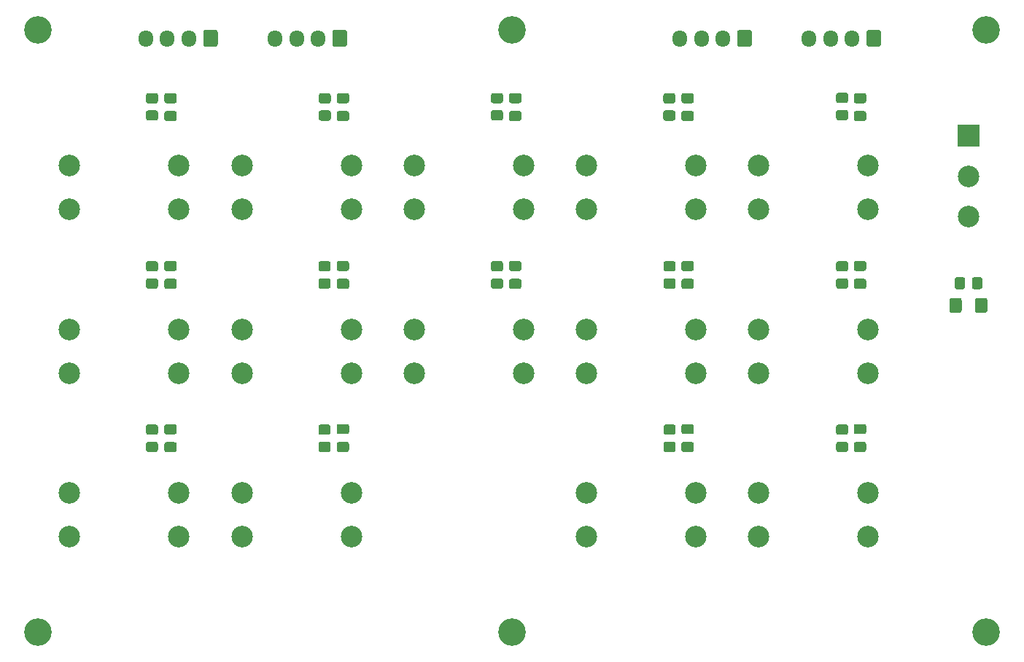
<source format=gbr>
%TF.GenerationSoftware,KiCad,Pcbnew,(5.1.8)-1*%
%TF.CreationDate,2021-11-07T18:09:00-05:00*%
%TF.ProjectId,Control_pad,436f6e74-726f-46c5-9f70-61642e6b6963,rev?*%
%TF.SameCoordinates,Original*%
%TF.FileFunction,Soldermask,Top*%
%TF.FilePolarity,Negative*%
%FSLAX46Y46*%
G04 Gerber Fmt 4.6, Leading zero omitted, Abs format (unit mm)*
G04 Created by KiCad (PCBNEW (5.1.8)-1) date 2021-11-07 18:09:00*
%MOMM*%
%LPD*%
G01*
G04 APERTURE LIST*
%ADD10C,3.200000*%
%ADD11C,2.500000*%
%ADD12R,2.500000X2.500000*%
%ADD13O,1.700000X1.950000*%
G04 APERTURE END LIST*
D10*
%TO.C,H6*%
X155000000Y-135000000D03*
%TD*%
%TO.C,H5*%
X155000000Y-65000000D03*
%TD*%
%TO.C,H4*%
X210000000Y-135000000D03*
%TD*%
%TO.C,H3*%
X210000000Y-65000000D03*
%TD*%
%TO.C,H2*%
X100000000Y-135000000D03*
%TD*%
%TO.C,H1*%
X100000000Y-65000000D03*
%TD*%
D11*
%TO.C,SW1*%
X208000000Y-86710000D03*
X208000000Y-82010000D03*
D12*
X208000000Y-77310000D03*
%TD*%
D11*
%TO.C,S14*%
X196350000Y-123890000D03*
X196350000Y-118810000D03*
X183650000Y-123890000D03*
X183650000Y-118810000D03*
%TD*%
%TO.C,S13*%
X176350000Y-123890000D03*
X176350000Y-118810000D03*
X163650000Y-123890000D03*
X163650000Y-118810000D03*
%TD*%
%TO.C,S12*%
X136350000Y-123890000D03*
X136350000Y-118810000D03*
X123650000Y-123890000D03*
X123650000Y-118810000D03*
%TD*%
%TO.C,S11*%
X116350000Y-123890000D03*
X116350000Y-118810000D03*
X103650000Y-123890000D03*
X103650000Y-118810000D03*
%TD*%
%TO.C,S10*%
X196350000Y-104890000D03*
X196350000Y-99810000D03*
X183650000Y-104890000D03*
X183650000Y-99810000D03*
%TD*%
%TO.C,S9*%
X176350000Y-104890000D03*
X176350000Y-99810000D03*
X163650000Y-104890000D03*
X163650000Y-99810000D03*
%TD*%
%TO.C,S8*%
X156350000Y-104890000D03*
X156350000Y-99810000D03*
X143650000Y-104890000D03*
X143650000Y-99810000D03*
%TD*%
%TO.C,S7*%
X136350000Y-104890000D03*
X136350000Y-99810000D03*
X123650000Y-104890000D03*
X123650000Y-99810000D03*
%TD*%
%TO.C,S6*%
X116350000Y-104890000D03*
X116350000Y-99810000D03*
X103650000Y-104890000D03*
X103650000Y-99810000D03*
%TD*%
%TO.C,S5*%
X196350000Y-85890000D03*
X196350000Y-80810000D03*
X183650000Y-85890000D03*
X183650000Y-80810000D03*
%TD*%
%TO.C,S4*%
X176350000Y-85890000D03*
X176350000Y-80810000D03*
X163650000Y-85890000D03*
X163650000Y-80810000D03*
%TD*%
%TO.C,S3*%
X156350000Y-85890000D03*
X156350000Y-80810000D03*
X143650000Y-85890000D03*
X143650000Y-80810000D03*
%TD*%
%TO.C,S2*%
X136350000Y-85890000D03*
X136350000Y-80810000D03*
X123650000Y-85890000D03*
X123650000Y-80810000D03*
%TD*%
%TO.C,S1*%
X116350000Y-85890000D03*
X116350000Y-80810000D03*
X103650000Y-85890000D03*
X103650000Y-80810000D03*
%TD*%
%TO.C,R29*%
G36*
G01*
X192879999Y-112850000D02*
X193780001Y-112850000D01*
G75*
G02*
X194030000Y-113099999I0J-249999D01*
G01*
X194030000Y-113800001D01*
G75*
G02*
X193780001Y-114050000I-249999J0D01*
G01*
X192879999Y-114050000D01*
G75*
G02*
X192630000Y-113800001I0J249999D01*
G01*
X192630000Y-113099999D01*
G75*
G02*
X192879999Y-112850000I249999J0D01*
G01*
G37*
G36*
G01*
X192879999Y-110850000D02*
X193780001Y-110850000D01*
G75*
G02*
X194030000Y-111099999I0J-249999D01*
G01*
X194030000Y-111800001D01*
G75*
G02*
X193780001Y-112050000I-249999J0D01*
G01*
X192879999Y-112050000D01*
G75*
G02*
X192630000Y-111800001I0J249999D01*
G01*
X192630000Y-111099999D01*
G75*
G02*
X192879999Y-110850000I249999J0D01*
G01*
G37*
%TD*%
%TO.C,R28*%
G36*
G01*
X172849999Y-112850000D02*
X173750001Y-112850000D01*
G75*
G02*
X174000000Y-113099999I0J-249999D01*
G01*
X174000000Y-113800001D01*
G75*
G02*
X173750001Y-114050000I-249999J0D01*
G01*
X172849999Y-114050000D01*
G75*
G02*
X172600000Y-113800001I0J249999D01*
G01*
X172600000Y-113099999D01*
G75*
G02*
X172849999Y-112850000I249999J0D01*
G01*
G37*
G36*
G01*
X172849999Y-110850000D02*
X173750001Y-110850000D01*
G75*
G02*
X174000000Y-111099999I0J-249999D01*
G01*
X174000000Y-111800001D01*
G75*
G02*
X173750001Y-112050000I-249999J0D01*
G01*
X172849999Y-112050000D01*
G75*
G02*
X172600000Y-111800001I0J249999D01*
G01*
X172600000Y-111099999D01*
G75*
G02*
X172849999Y-110850000I249999J0D01*
G01*
G37*
%TD*%
%TO.C,R27*%
G36*
G01*
X132789999Y-112850000D02*
X133690001Y-112850000D01*
G75*
G02*
X133940000Y-113099999I0J-249999D01*
G01*
X133940000Y-113800001D01*
G75*
G02*
X133690001Y-114050000I-249999J0D01*
G01*
X132789999Y-114050000D01*
G75*
G02*
X132540000Y-113800001I0J249999D01*
G01*
X132540000Y-113099999D01*
G75*
G02*
X132789999Y-112850000I249999J0D01*
G01*
G37*
G36*
G01*
X132789999Y-110850000D02*
X133690001Y-110850000D01*
G75*
G02*
X133940000Y-111099999I0J-249999D01*
G01*
X133940000Y-111800001D01*
G75*
G02*
X133690001Y-112050000I-249999J0D01*
G01*
X132789999Y-112050000D01*
G75*
G02*
X132540000Y-111800001I0J249999D01*
G01*
X132540000Y-111099999D01*
G75*
G02*
X132789999Y-110850000I249999J0D01*
G01*
G37*
%TD*%
%TO.C,R23*%
G36*
G01*
X112759999Y-112850000D02*
X113660001Y-112850000D01*
G75*
G02*
X113910000Y-113099999I0J-249999D01*
G01*
X113910000Y-113800001D01*
G75*
G02*
X113660001Y-114050000I-249999J0D01*
G01*
X112759999Y-114050000D01*
G75*
G02*
X112510000Y-113800001I0J249999D01*
G01*
X112510000Y-113099999D01*
G75*
G02*
X112759999Y-112850000I249999J0D01*
G01*
G37*
G36*
G01*
X112759999Y-110850000D02*
X113660001Y-110850000D01*
G75*
G02*
X113910000Y-111099999I0J-249999D01*
G01*
X113910000Y-111800001D01*
G75*
G02*
X113660001Y-112050000I-249999J0D01*
G01*
X112759999Y-112050000D01*
G75*
G02*
X112510000Y-111800001I0J249999D01*
G01*
X112510000Y-111099999D01*
G75*
G02*
X112759999Y-110850000I249999J0D01*
G01*
G37*
%TD*%
%TO.C,R22*%
G36*
G01*
X192879999Y-93880000D02*
X193780001Y-93880000D01*
G75*
G02*
X194030000Y-94129999I0J-249999D01*
G01*
X194030000Y-94830001D01*
G75*
G02*
X193780001Y-95080000I-249999J0D01*
G01*
X192879999Y-95080000D01*
G75*
G02*
X192630000Y-94830001I0J249999D01*
G01*
X192630000Y-94129999D01*
G75*
G02*
X192879999Y-93880000I249999J0D01*
G01*
G37*
G36*
G01*
X192879999Y-91880000D02*
X193780001Y-91880000D01*
G75*
G02*
X194030000Y-92129999I0J-249999D01*
G01*
X194030000Y-92830001D01*
G75*
G02*
X193780001Y-93080000I-249999J0D01*
G01*
X192879999Y-93080000D01*
G75*
G02*
X192630000Y-92830001I0J249999D01*
G01*
X192630000Y-92129999D01*
G75*
G02*
X192879999Y-91880000I249999J0D01*
G01*
G37*
%TD*%
%TO.C,R21*%
G36*
G01*
X172849999Y-93880000D02*
X173750001Y-93880000D01*
G75*
G02*
X174000000Y-94129999I0J-249999D01*
G01*
X174000000Y-94830001D01*
G75*
G02*
X173750001Y-95080000I-249999J0D01*
G01*
X172849999Y-95080000D01*
G75*
G02*
X172600000Y-94830001I0J249999D01*
G01*
X172600000Y-94129999D01*
G75*
G02*
X172849999Y-93880000I249999J0D01*
G01*
G37*
G36*
G01*
X172849999Y-91880000D02*
X173750001Y-91880000D01*
G75*
G02*
X174000000Y-92129999I0J-249999D01*
G01*
X174000000Y-92830001D01*
G75*
G02*
X173750001Y-93080000I-249999J0D01*
G01*
X172849999Y-93080000D01*
G75*
G02*
X172600000Y-92830001I0J249999D01*
G01*
X172600000Y-92129999D01*
G75*
G02*
X172849999Y-91880000I249999J0D01*
G01*
G37*
%TD*%
%TO.C,R20*%
G36*
G01*
X152819999Y-93880000D02*
X153720001Y-93880000D01*
G75*
G02*
X153970000Y-94129999I0J-249999D01*
G01*
X153970000Y-94830001D01*
G75*
G02*
X153720001Y-95080000I-249999J0D01*
G01*
X152819999Y-95080000D01*
G75*
G02*
X152570000Y-94830001I0J249999D01*
G01*
X152570000Y-94129999D01*
G75*
G02*
X152819999Y-93880000I249999J0D01*
G01*
G37*
G36*
G01*
X152819999Y-91880000D02*
X153720001Y-91880000D01*
G75*
G02*
X153970000Y-92129999I0J-249999D01*
G01*
X153970000Y-92830001D01*
G75*
G02*
X153720001Y-93080000I-249999J0D01*
G01*
X152819999Y-93080000D01*
G75*
G02*
X152570000Y-92830001I0J249999D01*
G01*
X152570000Y-92129999D01*
G75*
G02*
X152819999Y-91880000I249999J0D01*
G01*
G37*
%TD*%
%TO.C,R15*%
G36*
G01*
X207600000Y-93989999D02*
X207600000Y-94890001D01*
G75*
G02*
X207350001Y-95140000I-249999J0D01*
G01*
X206649999Y-95140000D01*
G75*
G02*
X206400000Y-94890001I0J249999D01*
G01*
X206400000Y-93989999D01*
G75*
G02*
X206649999Y-93740000I249999J0D01*
G01*
X207350001Y-93740000D01*
G75*
G02*
X207600000Y-93989999I0J-249999D01*
G01*
G37*
G36*
G01*
X209600000Y-93989999D02*
X209600000Y-94890001D01*
G75*
G02*
X209350001Y-95140000I-249999J0D01*
G01*
X208649999Y-95140000D01*
G75*
G02*
X208400000Y-94890001I0J249999D01*
G01*
X208400000Y-93989999D01*
G75*
G02*
X208649999Y-93740000I249999J0D01*
G01*
X209350001Y-93740000D01*
G75*
G02*
X209600000Y-93989999I0J-249999D01*
G01*
G37*
%TD*%
%TO.C,R14*%
G36*
G01*
X132789999Y-93880000D02*
X133690001Y-93880000D01*
G75*
G02*
X133940000Y-94129999I0J-249999D01*
G01*
X133940000Y-94830001D01*
G75*
G02*
X133690001Y-95080000I-249999J0D01*
G01*
X132789999Y-95080000D01*
G75*
G02*
X132540000Y-94830001I0J249999D01*
G01*
X132540000Y-94129999D01*
G75*
G02*
X132789999Y-93880000I249999J0D01*
G01*
G37*
G36*
G01*
X132789999Y-91880000D02*
X133690001Y-91880000D01*
G75*
G02*
X133940000Y-92129999I0J-249999D01*
G01*
X133940000Y-92830001D01*
G75*
G02*
X133690001Y-93080000I-249999J0D01*
G01*
X132789999Y-93080000D01*
G75*
G02*
X132540000Y-92830001I0J249999D01*
G01*
X132540000Y-92129999D01*
G75*
G02*
X132789999Y-91880000I249999J0D01*
G01*
G37*
%TD*%
%TO.C,R13*%
G36*
G01*
X112759999Y-93880000D02*
X113660001Y-93880000D01*
G75*
G02*
X113910000Y-94129999I0J-249999D01*
G01*
X113910000Y-94830001D01*
G75*
G02*
X113660001Y-95080000I-249999J0D01*
G01*
X112759999Y-95080000D01*
G75*
G02*
X112510000Y-94830001I0J249999D01*
G01*
X112510000Y-94129999D01*
G75*
G02*
X112759999Y-93880000I249999J0D01*
G01*
G37*
G36*
G01*
X112759999Y-91880000D02*
X113660001Y-91880000D01*
G75*
G02*
X113910000Y-92129999I0J-249999D01*
G01*
X113910000Y-92830001D01*
G75*
G02*
X113660001Y-93080000I-249999J0D01*
G01*
X112759999Y-93080000D01*
G75*
G02*
X112510000Y-92830001I0J249999D01*
G01*
X112510000Y-92129999D01*
G75*
G02*
X112759999Y-91880000I249999J0D01*
G01*
G37*
%TD*%
%TO.C,R12*%
G36*
G01*
X192879999Y-74320000D02*
X193780001Y-74320000D01*
G75*
G02*
X194030000Y-74569999I0J-249999D01*
G01*
X194030000Y-75270001D01*
G75*
G02*
X193780001Y-75520000I-249999J0D01*
G01*
X192879999Y-75520000D01*
G75*
G02*
X192630000Y-75270001I0J249999D01*
G01*
X192630000Y-74569999D01*
G75*
G02*
X192879999Y-74320000I249999J0D01*
G01*
G37*
G36*
G01*
X192879999Y-72320000D02*
X193780001Y-72320000D01*
G75*
G02*
X194030000Y-72569999I0J-249999D01*
G01*
X194030000Y-73270001D01*
G75*
G02*
X193780001Y-73520000I-249999J0D01*
G01*
X192879999Y-73520000D01*
G75*
G02*
X192630000Y-73270001I0J249999D01*
G01*
X192630000Y-72569999D01*
G75*
G02*
X192879999Y-72320000I249999J0D01*
G01*
G37*
%TD*%
%TO.C,R11*%
G36*
G01*
X172819999Y-74380000D02*
X173720001Y-74380000D01*
G75*
G02*
X173970000Y-74629999I0J-249999D01*
G01*
X173970000Y-75330001D01*
G75*
G02*
X173720001Y-75580000I-249999J0D01*
G01*
X172819999Y-75580000D01*
G75*
G02*
X172570000Y-75330001I0J249999D01*
G01*
X172570000Y-74629999D01*
G75*
G02*
X172819999Y-74380000I249999J0D01*
G01*
G37*
G36*
G01*
X172819999Y-72380000D02*
X173720001Y-72380000D01*
G75*
G02*
X173970000Y-72629999I0J-249999D01*
G01*
X173970000Y-73330001D01*
G75*
G02*
X173720001Y-73580000I-249999J0D01*
G01*
X172819999Y-73580000D01*
G75*
G02*
X172570000Y-73330001I0J249999D01*
G01*
X172570000Y-72629999D01*
G75*
G02*
X172819999Y-72380000I249999J0D01*
G01*
G37*
%TD*%
%TO.C,R6*%
G36*
G01*
X152809999Y-74350000D02*
X153710001Y-74350000D01*
G75*
G02*
X153960000Y-74599999I0J-249999D01*
G01*
X153960000Y-75300001D01*
G75*
G02*
X153710001Y-75550000I-249999J0D01*
G01*
X152809999Y-75550000D01*
G75*
G02*
X152560000Y-75300001I0J249999D01*
G01*
X152560000Y-74599999D01*
G75*
G02*
X152809999Y-74350000I249999J0D01*
G01*
G37*
G36*
G01*
X152809999Y-72350000D02*
X153710001Y-72350000D01*
G75*
G02*
X153960000Y-72599999I0J-249999D01*
G01*
X153960000Y-73300001D01*
G75*
G02*
X153710001Y-73550000I-249999J0D01*
G01*
X152809999Y-73550000D01*
G75*
G02*
X152560000Y-73300001I0J249999D01*
G01*
X152560000Y-72599999D01*
G75*
G02*
X152809999Y-72350000I249999J0D01*
G01*
G37*
%TD*%
%TO.C,R5*%
G36*
G01*
X132819999Y-74380000D02*
X133720001Y-74380000D01*
G75*
G02*
X133970000Y-74629999I0J-249999D01*
G01*
X133970000Y-75330001D01*
G75*
G02*
X133720001Y-75580000I-249999J0D01*
G01*
X132819999Y-75580000D01*
G75*
G02*
X132570000Y-75330001I0J249999D01*
G01*
X132570000Y-74629999D01*
G75*
G02*
X132819999Y-74380000I249999J0D01*
G01*
G37*
G36*
G01*
X132819999Y-72380000D02*
X133720001Y-72380000D01*
G75*
G02*
X133970000Y-72629999I0J-249999D01*
G01*
X133970000Y-73330001D01*
G75*
G02*
X133720001Y-73580000I-249999J0D01*
G01*
X132819999Y-73580000D01*
G75*
G02*
X132570000Y-73330001I0J249999D01*
G01*
X132570000Y-72629999D01*
G75*
G02*
X132819999Y-72380000I249999J0D01*
G01*
G37*
%TD*%
%TO.C,R4*%
G36*
G01*
X112769999Y-74360000D02*
X113670001Y-74360000D01*
G75*
G02*
X113920000Y-74609999I0J-249999D01*
G01*
X113920000Y-75310001D01*
G75*
G02*
X113670001Y-75560000I-249999J0D01*
G01*
X112769999Y-75560000D01*
G75*
G02*
X112520000Y-75310001I0J249999D01*
G01*
X112520000Y-74609999D01*
G75*
G02*
X112769999Y-74360000I249999J0D01*
G01*
G37*
G36*
G01*
X112769999Y-72360000D02*
X113670001Y-72360000D01*
G75*
G02*
X113920000Y-72609999I0J-249999D01*
G01*
X113920000Y-73310001D01*
G75*
G02*
X113670001Y-73560000I-249999J0D01*
G01*
X112769999Y-73560000D01*
G75*
G02*
X112520000Y-73310001I0J249999D01*
G01*
X112520000Y-72609999D01*
G75*
G02*
X112769999Y-72360000I249999J0D01*
G01*
G37*
%TD*%
D13*
%TO.C,J4*%
X189500000Y-66000000D03*
X192000000Y-66000000D03*
X194500000Y-66000000D03*
G36*
G01*
X197850000Y-65275000D02*
X197850000Y-66725000D01*
G75*
G02*
X197600000Y-66975000I-250000J0D01*
G01*
X196400000Y-66975000D01*
G75*
G02*
X196150000Y-66725000I0J250000D01*
G01*
X196150000Y-65275000D01*
G75*
G02*
X196400000Y-65025000I250000J0D01*
G01*
X197600000Y-65025000D01*
G75*
G02*
X197850000Y-65275000I0J-250000D01*
G01*
G37*
%TD*%
%TO.C,J3*%
X174500000Y-66000000D03*
X177000000Y-66000000D03*
X179500000Y-66000000D03*
G36*
G01*
X182850000Y-65275000D02*
X182850000Y-66725000D01*
G75*
G02*
X182600000Y-66975000I-250000J0D01*
G01*
X181400000Y-66975000D01*
G75*
G02*
X181150000Y-66725000I0J250000D01*
G01*
X181150000Y-65275000D01*
G75*
G02*
X181400000Y-65025000I250000J0D01*
G01*
X182600000Y-65025000D01*
G75*
G02*
X182850000Y-65275000I0J-250000D01*
G01*
G37*
%TD*%
%TO.C,J2*%
X127500000Y-66000000D03*
X130000000Y-66000000D03*
X132500000Y-66000000D03*
G36*
G01*
X135850000Y-65275000D02*
X135850000Y-66725000D01*
G75*
G02*
X135600000Y-66975000I-250000J0D01*
G01*
X134400000Y-66975000D01*
G75*
G02*
X134150000Y-66725000I0J250000D01*
G01*
X134150000Y-65275000D01*
G75*
G02*
X134400000Y-65025000I250000J0D01*
G01*
X135600000Y-65025000D01*
G75*
G02*
X135850000Y-65275000I0J-250000D01*
G01*
G37*
%TD*%
%TO.C,J1*%
X112500000Y-66000000D03*
X115000000Y-66000000D03*
X117500000Y-66000000D03*
G36*
G01*
X120850000Y-65275000D02*
X120850000Y-66725000D01*
G75*
G02*
X120600000Y-66975000I-250000J0D01*
G01*
X119400000Y-66975000D01*
G75*
G02*
X119150000Y-66725000I0J250000D01*
G01*
X119150000Y-65275000D01*
G75*
G02*
X119400000Y-65025000I250000J0D01*
G01*
X120600000Y-65025000D01*
G75*
G02*
X120850000Y-65275000I0J-250000D01*
G01*
G37*
%TD*%
%TO.C,D1*%
G36*
G01*
X207202500Y-96395000D02*
X207202500Y-97645000D01*
G75*
G02*
X206952500Y-97895000I-250000J0D01*
G01*
X206027500Y-97895000D01*
G75*
G02*
X205777500Y-97645000I0J250000D01*
G01*
X205777500Y-96395000D01*
G75*
G02*
X206027500Y-96145000I250000J0D01*
G01*
X206952500Y-96145000D01*
G75*
G02*
X207202500Y-96395000I0J-250000D01*
G01*
G37*
G36*
G01*
X210177500Y-96395000D02*
X210177500Y-97645000D01*
G75*
G02*
X209927500Y-97895000I-250000J0D01*
G01*
X209002500Y-97895000D01*
G75*
G02*
X208752500Y-97645000I0J250000D01*
G01*
X208752500Y-96395000D01*
G75*
G02*
X209002500Y-96145000I250000J0D01*
G01*
X209927500Y-96145000D01*
G75*
G02*
X210177500Y-96395000I0J-250000D01*
G01*
G37*
%TD*%
%TO.C,C14*%
G36*
G01*
X194925000Y-112870000D02*
X195875000Y-112870000D01*
G75*
G02*
X196125000Y-113120000I0J-250000D01*
G01*
X196125000Y-113795000D01*
G75*
G02*
X195875000Y-114045000I-250000J0D01*
G01*
X194925000Y-114045000D01*
G75*
G02*
X194675000Y-113795000I0J250000D01*
G01*
X194675000Y-113120000D01*
G75*
G02*
X194925000Y-112870000I250000J0D01*
G01*
G37*
G36*
G01*
X194925000Y-110795000D02*
X195875000Y-110795000D01*
G75*
G02*
X196125000Y-111045000I0J-250000D01*
G01*
X196125000Y-111720000D01*
G75*
G02*
X195875000Y-111970000I-250000J0D01*
G01*
X194925000Y-111970000D01*
G75*
G02*
X194675000Y-111720000I0J250000D01*
G01*
X194675000Y-111045000D01*
G75*
G02*
X194925000Y-110795000I250000J0D01*
G01*
G37*
%TD*%
%TO.C,C13*%
G36*
G01*
X174915000Y-112870000D02*
X175865000Y-112870000D01*
G75*
G02*
X176115000Y-113120000I0J-250000D01*
G01*
X176115000Y-113795000D01*
G75*
G02*
X175865000Y-114045000I-250000J0D01*
G01*
X174915000Y-114045000D01*
G75*
G02*
X174665000Y-113795000I0J250000D01*
G01*
X174665000Y-113120000D01*
G75*
G02*
X174915000Y-112870000I250000J0D01*
G01*
G37*
G36*
G01*
X174915000Y-110795000D02*
X175865000Y-110795000D01*
G75*
G02*
X176115000Y-111045000I0J-250000D01*
G01*
X176115000Y-111720000D01*
G75*
G02*
X175865000Y-111970000I-250000J0D01*
G01*
X174915000Y-111970000D01*
G75*
G02*
X174665000Y-111720000I0J250000D01*
G01*
X174665000Y-111045000D01*
G75*
G02*
X174915000Y-110795000I250000J0D01*
G01*
G37*
%TD*%
%TO.C,C12*%
G36*
G01*
X134895000Y-112870000D02*
X135845000Y-112870000D01*
G75*
G02*
X136095000Y-113120000I0J-250000D01*
G01*
X136095000Y-113795000D01*
G75*
G02*
X135845000Y-114045000I-250000J0D01*
G01*
X134895000Y-114045000D01*
G75*
G02*
X134645000Y-113795000I0J250000D01*
G01*
X134645000Y-113120000D01*
G75*
G02*
X134895000Y-112870000I250000J0D01*
G01*
G37*
G36*
G01*
X134895000Y-110795000D02*
X135845000Y-110795000D01*
G75*
G02*
X136095000Y-111045000I0J-250000D01*
G01*
X136095000Y-111720000D01*
G75*
G02*
X135845000Y-111970000I-250000J0D01*
G01*
X134895000Y-111970000D01*
G75*
G02*
X134645000Y-111720000I0J250000D01*
G01*
X134645000Y-111045000D01*
G75*
G02*
X134895000Y-110795000I250000J0D01*
G01*
G37*
%TD*%
%TO.C,C11*%
G36*
G01*
X114885000Y-112900000D02*
X115835000Y-112900000D01*
G75*
G02*
X116085000Y-113150000I0J-250000D01*
G01*
X116085000Y-113825000D01*
G75*
G02*
X115835000Y-114075000I-250000J0D01*
G01*
X114885000Y-114075000D01*
G75*
G02*
X114635000Y-113825000I0J250000D01*
G01*
X114635000Y-113150000D01*
G75*
G02*
X114885000Y-112900000I250000J0D01*
G01*
G37*
G36*
G01*
X114885000Y-110825000D02*
X115835000Y-110825000D01*
G75*
G02*
X116085000Y-111075000I0J-250000D01*
G01*
X116085000Y-111750000D01*
G75*
G02*
X115835000Y-112000000I-250000J0D01*
G01*
X114885000Y-112000000D01*
G75*
G02*
X114635000Y-111750000I0J250000D01*
G01*
X114635000Y-111075000D01*
G75*
G02*
X114885000Y-110825000I250000J0D01*
G01*
G37*
%TD*%
%TO.C,C10*%
G36*
G01*
X194925000Y-93930000D02*
X195875000Y-93930000D01*
G75*
G02*
X196125000Y-94180000I0J-250000D01*
G01*
X196125000Y-94855000D01*
G75*
G02*
X195875000Y-95105000I-250000J0D01*
G01*
X194925000Y-95105000D01*
G75*
G02*
X194675000Y-94855000I0J250000D01*
G01*
X194675000Y-94180000D01*
G75*
G02*
X194925000Y-93930000I250000J0D01*
G01*
G37*
G36*
G01*
X194925000Y-91855000D02*
X195875000Y-91855000D01*
G75*
G02*
X196125000Y-92105000I0J-250000D01*
G01*
X196125000Y-92780000D01*
G75*
G02*
X195875000Y-93030000I-250000J0D01*
G01*
X194925000Y-93030000D01*
G75*
G02*
X194675000Y-92780000I0J250000D01*
G01*
X194675000Y-92105000D01*
G75*
G02*
X194925000Y-91855000I250000J0D01*
G01*
G37*
%TD*%
%TO.C,C9*%
G36*
G01*
X174915000Y-93930000D02*
X175865000Y-93930000D01*
G75*
G02*
X176115000Y-94180000I0J-250000D01*
G01*
X176115000Y-94855000D01*
G75*
G02*
X175865000Y-95105000I-250000J0D01*
G01*
X174915000Y-95105000D01*
G75*
G02*
X174665000Y-94855000I0J250000D01*
G01*
X174665000Y-94180000D01*
G75*
G02*
X174915000Y-93930000I250000J0D01*
G01*
G37*
G36*
G01*
X174915000Y-91855000D02*
X175865000Y-91855000D01*
G75*
G02*
X176115000Y-92105000I0J-250000D01*
G01*
X176115000Y-92780000D01*
G75*
G02*
X175865000Y-93030000I-250000J0D01*
G01*
X174915000Y-93030000D01*
G75*
G02*
X174665000Y-92780000I0J250000D01*
G01*
X174665000Y-92105000D01*
G75*
G02*
X174915000Y-91855000I250000J0D01*
G01*
G37*
%TD*%
%TO.C,C8*%
G36*
G01*
X154905000Y-93930000D02*
X155855000Y-93930000D01*
G75*
G02*
X156105000Y-94180000I0J-250000D01*
G01*
X156105000Y-94855000D01*
G75*
G02*
X155855000Y-95105000I-250000J0D01*
G01*
X154905000Y-95105000D01*
G75*
G02*
X154655000Y-94855000I0J250000D01*
G01*
X154655000Y-94180000D01*
G75*
G02*
X154905000Y-93930000I250000J0D01*
G01*
G37*
G36*
G01*
X154905000Y-91855000D02*
X155855000Y-91855000D01*
G75*
G02*
X156105000Y-92105000I0J-250000D01*
G01*
X156105000Y-92780000D01*
G75*
G02*
X155855000Y-93030000I-250000J0D01*
G01*
X154905000Y-93030000D01*
G75*
G02*
X154655000Y-92780000I0J250000D01*
G01*
X154655000Y-92105000D01*
G75*
G02*
X154905000Y-91855000I250000J0D01*
G01*
G37*
%TD*%
%TO.C,C7*%
G36*
G01*
X134895000Y-93930000D02*
X135845000Y-93930000D01*
G75*
G02*
X136095000Y-94180000I0J-250000D01*
G01*
X136095000Y-94855000D01*
G75*
G02*
X135845000Y-95105000I-250000J0D01*
G01*
X134895000Y-95105000D01*
G75*
G02*
X134645000Y-94855000I0J250000D01*
G01*
X134645000Y-94180000D01*
G75*
G02*
X134895000Y-93930000I250000J0D01*
G01*
G37*
G36*
G01*
X134895000Y-91855000D02*
X135845000Y-91855000D01*
G75*
G02*
X136095000Y-92105000I0J-250000D01*
G01*
X136095000Y-92780000D01*
G75*
G02*
X135845000Y-93030000I-250000J0D01*
G01*
X134895000Y-93030000D01*
G75*
G02*
X134645000Y-92780000I0J250000D01*
G01*
X134645000Y-92105000D01*
G75*
G02*
X134895000Y-91855000I250000J0D01*
G01*
G37*
%TD*%
%TO.C,C6*%
G36*
G01*
X114885000Y-93930000D02*
X115835000Y-93930000D01*
G75*
G02*
X116085000Y-94180000I0J-250000D01*
G01*
X116085000Y-94855000D01*
G75*
G02*
X115835000Y-95105000I-250000J0D01*
G01*
X114885000Y-95105000D01*
G75*
G02*
X114635000Y-94855000I0J250000D01*
G01*
X114635000Y-94180000D01*
G75*
G02*
X114885000Y-93930000I250000J0D01*
G01*
G37*
G36*
G01*
X114885000Y-91855000D02*
X115835000Y-91855000D01*
G75*
G02*
X116085000Y-92105000I0J-250000D01*
G01*
X116085000Y-92780000D01*
G75*
G02*
X115835000Y-93030000I-250000J0D01*
G01*
X114885000Y-93030000D01*
G75*
G02*
X114635000Y-92780000I0J250000D01*
G01*
X114635000Y-92105000D01*
G75*
G02*
X114885000Y-91855000I250000J0D01*
G01*
G37*
%TD*%
%TO.C,C5*%
G36*
G01*
X194925000Y-74440000D02*
X195875000Y-74440000D01*
G75*
G02*
X196125000Y-74690000I0J-250000D01*
G01*
X196125000Y-75365000D01*
G75*
G02*
X195875000Y-75615000I-250000J0D01*
G01*
X194925000Y-75615000D01*
G75*
G02*
X194675000Y-75365000I0J250000D01*
G01*
X194675000Y-74690000D01*
G75*
G02*
X194925000Y-74440000I250000J0D01*
G01*
G37*
G36*
G01*
X194925000Y-72365000D02*
X195875000Y-72365000D01*
G75*
G02*
X196125000Y-72615000I0J-250000D01*
G01*
X196125000Y-73290000D01*
G75*
G02*
X195875000Y-73540000I-250000J0D01*
G01*
X194925000Y-73540000D01*
G75*
G02*
X194675000Y-73290000I0J250000D01*
G01*
X194675000Y-72615000D01*
G75*
G02*
X194925000Y-72365000I250000J0D01*
G01*
G37*
%TD*%
%TO.C,C4*%
G36*
G01*
X174917500Y-74440000D02*
X175867500Y-74440000D01*
G75*
G02*
X176117500Y-74690000I0J-250000D01*
G01*
X176117500Y-75365000D01*
G75*
G02*
X175867500Y-75615000I-250000J0D01*
G01*
X174917500Y-75615000D01*
G75*
G02*
X174667500Y-75365000I0J250000D01*
G01*
X174667500Y-74690000D01*
G75*
G02*
X174917500Y-74440000I250000J0D01*
G01*
G37*
G36*
G01*
X174917500Y-72365000D02*
X175867500Y-72365000D01*
G75*
G02*
X176117500Y-72615000I0J-250000D01*
G01*
X176117500Y-73290000D01*
G75*
G02*
X175867500Y-73540000I-250000J0D01*
G01*
X174917500Y-73540000D01*
G75*
G02*
X174667500Y-73290000I0J250000D01*
G01*
X174667500Y-72615000D01*
G75*
G02*
X174917500Y-72365000I250000J0D01*
G01*
G37*
%TD*%
%TO.C,C3*%
G36*
G01*
X154910000Y-74440000D02*
X155860000Y-74440000D01*
G75*
G02*
X156110000Y-74690000I0J-250000D01*
G01*
X156110000Y-75365000D01*
G75*
G02*
X155860000Y-75615000I-250000J0D01*
G01*
X154910000Y-75615000D01*
G75*
G02*
X154660000Y-75365000I0J250000D01*
G01*
X154660000Y-74690000D01*
G75*
G02*
X154910000Y-74440000I250000J0D01*
G01*
G37*
G36*
G01*
X154910000Y-72365000D02*
X155860000Y-72365000D01*
G75*
G02*
X156110000Y-72615000I0J-250000D01*
G01*
X156110000Y-73290000D01*
G75*
G02*
X155860000Y-73540000I-250000J0D01*
G01*
X154910000Y-73540000D01*
G75*
G02*
X154660000Y-73290000I0J250000D01*
G01*
X154660000Y-72615000D01*
G75*
G02*
X154910000Y-72365000I250000J0D01*
G01*
G37*
%TD*%
%TO.C,C2*%
G36*
G01*
X134902500Y-74440000D02*
X135852500Y-74440000D01*
G75*
G02*
X136102500Y-74690000I0J-250000D01*
G01*
X136102500Y-75365000D01*
G75*
G02*
X135852500Y-75615000I-250000J0D01*
G01*
X134902500Y-75615000D01*
G75*
G02*
X134652500Y-75365000I0J250000D01*
G01*
X134652500Y-74690000D01*
G75*
G02*
X134902500Y-74440000I250000J0D01*
G01*
G37*
G36*
G01*
X134902500Y-72365000D02*
X135852500Y-72365000D01*
G75*
G02*
X136102500Y-72615000I0J-250000D01*
G01*
X136102500Y-73290000D01*
G75*
G02*
X135852500Y-73540000I-250000J0D01*
G01*
X134902500Y-73540000D01*
G75*
G02*
X134652500Y-73290000I0J250000D01*
G01*
X134652500Y-72615000D01*
G75*
G02*
X134902500Y-72365000I250000J0D01*
G01*
G37*
%TD*%
%TO.C,C1*%
G36*
G01*
X114895000Y-74440000D02*
X115845000Y-74440000D01*
G75*
G02*
X116095000Y-74690000I0J-250000D01*
G01*
X116095000Y-75365000D01*
G75*
G02*
X115845000Y-75615000I-250000J0D01*
G01*
X114895000Y-75615000D01*
G75*
G02*
X114645000Y-75365000I0J250000D01*
G01*
X114645000Y-74690000D01*
G75*
G02*
X114895000Y-74440000I250000J0D01*
G01*
G37*
G36*
G01*
X114895000Y-72365000D02*
X115845000Y-72365000D01*
G75*
G02*
X116095000Y-72615000I0J-250000D01*
G01*
X116095000Y-73290000D01*
G75*
G02*
X115845000Y-73540000I-250000J0D01*
G01*
X114895000Y-73540000D01*
G75*
G02*
X114645000Y-73290000I0J250000D01*
G01*
X114645000Y-72615000D01*
G75*
G02*
X114895000Y-72365000I250000J0D01*
G01*
G37*
%TD*%
M02*

</source>
